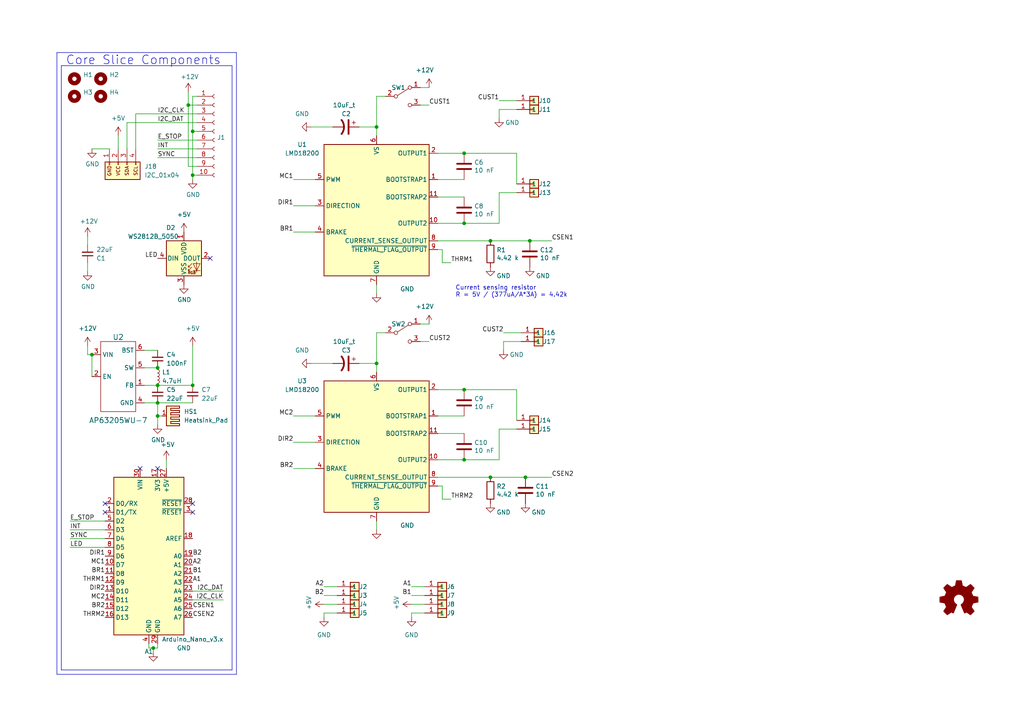
<source format=kicad_sch>
(kicad_sch (version 20231120) (generator "eeschema") (generator_version "8.0")
  (paper "A4")
  (lib_symbols
    (symbol "BREAD_Slice-rescue:10uF_t-OCI_UPL_2_Capacitors" (pin_numbers hide) (pin_names (offset 0.254) hide)
      (property "Reference" "C" (at 0.635 2.54 0))
      (property "Value" "10uF_t-OCI_UPL_2_Capacitors" (at 0.635 -2.54 0))
      (symbol "10uF_t-OCI_UPL_2_Capacitors_0_1"
        (polyline (pts (xy -2.032 0.762) (xy 2.032 0.762)) (stroke (width 0.508)))
        (polyline (pts (xy -1.778 2.286) (xy -0.762 2.286)))
        (polyline (pts (xy -1.27 1.778) (xy -1.27 2.794)))
        (arc (start 2.032 -1.27) (mid 0 -0.5572) (end -2.032 -1.27) (stroke (width 0.508)))
      )
      (symbol "10uF_t-OCI_UPL_2_Capacitors_1_1"
        (pin passive line (at 0 3.81 270) (length 2.794) (name "~") (number "1"))
        (pin passive line (at 0 -3.81 90) (length 3.302) (name "~") (number "2"))
      )
    )
    (symbol "Connector:Conn_01x10_Female" (pin_names (offset 1.016) hide)
      (property "Reference" "J" (at 0 12.7 0))
      (property "Value" "Conn_01x10_Female" (at 0 -15.24 0))
      (symbol "Conn_01x10_Female_1_1"
        (arc (start 0 -12.192) (mid -0.5058 -12.7) (end 0 -13.208) (stroke (width 0.1524)))
        (arc (start 0 -9.652) (mid -0.5058 -10.16) (end 0 -10.668) (stroke (width 0.1524)))
        (arc (start 0 -7.112) (mid -0.5058 -7.62) (end 0 -8.128) (stroke (width 0.1524)))
        (arc (start 0 -4.572) (mid -0.5058 -5.08) (end 0 -5.588) (stroke (width 0.1524)))
        (arc (start 0 -2.032) (mid -0.5058 -2.54) (end 0 -3.048) (stroke (width 0.1524)))
        (polyline (pts (xy -1.27 -12.7) (xy -0.508 -12.7)) (stroke (width 0.1524)))
        (polyline (pts (xy -1.27 -10.16) (xy -0.508 -10.16)) (stroke (width 0.1524)))
        (polyline (pts (xy -1.27 -7.62) (xy -0.508 -7.62)) (stroke (width 0.1524)))
        (polyline (pts (xy -1.27 -5.08) (xy -0.508 -5.08)) (stroke (width 0.1524)))
        (polyline (pts (xy -1.27 -2.54) (xy -0.508 -2.54)) (stroke (width 0.1524)))
        (polyline (pts (xy -1.27 0) (xy -0.508 0)) (stroke (width 0.1524)))
        (polyline (pts (xy -1.27 2.54) (xy -0.508 2.54)) (stroke (width 0.1524)))
        (polyline (pts (xy -1.27 5.08) (xy -0.508 5.08)) (stroke (width 0.1524)))
        (polyline (pts (xy -1.27 7.62) (xy -0.508 7.62)) (stroke (width 0.1524)))
        (polyline (pts (xy -1.27 10.16) (xy -0.508 10.16)) (stroke (width 0.1524)))
        (arc (start 0 0.508) (mid -0.5058 0) (end 0 -0.508) (stroke (width 0.1524)))
        (arc (start 0 3.048) (mid -0.5058 2.54) (end 0 2.032) (stroke (width 0.1524)))
        (arc (start 0 5.588) (mid -0.5058 5.08) (end 0 4.572) (stroke (width 0.1524)))
        (arc (start 0 8.128) (mid -0.5058 7.62) (end 0 7.112) (stroke (width 0.1524)))
        (arc (start 0 10.668) (mid -0.5058 10.16) (end 0 9.652) (stroke (width 0.1524)))
        (pin passive line (at -5.08 10.16 0) (length 3.81) (name "Pin_1") (number "1"))
        (pin passive line (at -5.08 -12.7 0) (length 3.81) (name "Pin_10") (number "10"))
        (pin passive line (at -5.08 7.62 0) (length 3.81) (name "Pin_2") (number "2"))
        (pin passive line (at -5.08 5.08 0) (length 3.81) (name "Pin_3") (number "3"))
        (pin passive line (at -5.08 2.54 0) (length 3.81) (name "Pin_4") (number "4"))
        (pin passive line (at -5.08 0 0) (length 3.81) (name "Pin_5") (number "5"))
        (pin passive line (at -5.08 -2.54 0) (length 3.81) (name "Pin_6") (number "6"))
        (pin passive line (at -5.08 -5.08 0) (length 3.81) (name "Pin_7") (number "7"))
        (pin passive line (at -5.08 -7.62 0) (length 3.81) (name "Pin_8") (number "8"))
        (pin passive line (at -5.08 -10.16 0) (length 3.81) (name "Pin_9") (number "9"))
      )
    )
    (symbol "Device:C" (pin_numbers hide) (pin_names (offset 0.254))
      (property "Reference" "C" (at 0.635 2.54 0))
      (property "Value" "C" (at 0.635 -2.54 0))
      (symbol "C_0_1"
        (polyline (pts (xy -2.032 -0.762) (xy 2.032 -0.762)) (stroke (width 0.508)))
        (polyline (pts (xy -2.032 0.762) (xy 2.032 0.762)) (stroke (width 0.508)))
      )
      (symbol "C_1_1"
        (pin passive line (at 0 3.81 270) (length 2.794) (name "~") (number "1"))
        (pin passive line (at 0 -3.81 90) (length 2.794) (name "~") (number "2"))
      )
    )
    (symbol "Device:C_Small" (pin_numbers hide) (pin_names (offset 0.254) hide)
      (property "Reference" "C" (at 0.254 1.778 0))
      (property "Value" "C_Small" (at 0.254 -2.032 0))
      (symbol "C_Small_0_1"
        (polyline (pts (xy -1.524 -0.508) (xy 1.524 -0.508)) (stroke (width 0.3302)))
        (polyline (pts (xy -1.524 0.508) (xy 1.524 0.508)) (stroke (width 0.3048)))
      )
      (symbol "C_Small_1_1"
        (pin passive line (at 0 2.54 270) (length 2.032) (name "~") (number "1"))
        (pin passive line (at 0 -2.54 90) (length 2.032) (name "~") (number "2"))
      )
    )
    (symbol "Device:L_Small" (pin_numbers hide) (pin_names (offset 0.254) hide)
      (property "Reference" "L" (at 0.762 1.016 0))
      (property "Value" "L_Small" (at 0.762 -1.016 0))
      (symbol "L_Small_0_1"
        (arc (start 0 -2.032) (mid 0.5058 -1.524) (end 0 -1.016))
        (arc (start 0 -1.016) (mid 0.5058 -0.508) (end 0 0))
        (arc (start 0 0) (mid 0.5058 0.508) (end 0 1.016))
        (arc (start 0 1.016) (mid 0.5058 1.524) (end 0 2.032))
      )
      (symbol "L_Small_1_1"
        (pin passive line (at 0 2.54 270) (length 0.508) (name "~") (number "1"))
        (pin passive line (at 0 -2.54 90) (length 0.508) (name "~") (number "2"))
      )
    )
    (symbol "Device:R" (pin_numbers hide) (pin_names (offset 0))
      (property "Reference" "R" (at 2.032 0 90))
      (property "Value" "R" (at 0 0 90))
      (symbol "R_0_1"
        (rectangle (start -1.016 -2.54) (end 1.016 2.54) (stroke (width 0.254)))
      )
      (symbol "R_1_1"
        (pin passive line (at 0 3.81 270) (length 1.27) (name "~") (number "1"))
        (pin passive line (at 0 -3.81 90) (length 1.27) (name "~") (number "2"))
      )
    )
    (symbol "Driver_Motor:LMD18200"
      (property "Reference" "U" (at -12.7 19.05 0))
      (property "Value" "LMD18200" (at 15.24 19.05 0))
      (symbol "LMD18200_0_1"
        (rectangle (start -15.24 -20.32) (end 15.24 17.78) (stroke (width 0.254)) (fill (type background)))
      )
      (symbol "LMD18200_1_1"
        (pin passive line (at 17.78 7.62 180) (length 2.54) (name "BOOTSTRAP1") (number "1"))
        (pin output line (at 17.78 -5.08 180) (length 2.54) (name "OUTPUT2") (number "10"))
        (pin passive line (at 17.78 2.54 180) (length 2.54) (name "BOOTSTRAP2") (number "11"))
        (pin output line (at 17.78 15.24 180) (length 2.54) (name "OUTPUT1") (number "2"))
        (pin input line (at -17.78 0 0) (length 2.54) (name "DIRECTION") (number "3"))
        (pin input line (at -17.78 -7.62 0) (length 2.54) (name "BRAKE") (number "4"))
        (pin input line (at -17.78 7.62 0) (length 2.54) (name "PWM") (number "5"))
        (pin power_in line (at 0 20.32 270) (length 2.54) (name "VS") (number "6"))
        (pin power_in line (at 0 -22.86 90) (length 2.54) (name "GND") (number "7"))
        (pin output line (at 17.78 -10.16 180) (length 2.54) (name "CURRENT_SENSE_OUTPUT") (number "8"))
        (pin open_collector line (at 17.78 -12.7 180) (length 2.54) (name "~{THERMAL_FLAG_OUTPUT}") (number "9"))
      )
    )
    (symbol "Graphic:Logo_Open_Hardware_Small" (in_bom no) (on_board no)
      (symbol "Logo_Open_Hardware_Small_0_1"
        (polyline (pts (xy 3.3528 -4.3434) (xy 3.302 -4.318) (xy 3.175 -4.2418) (xy 2.9972 -4.1148) (xy 2.7686 -3.9624) (xy 2.54 -3.81) (xy 2.3622 -3.7084) (xy 2.2352 -3.6068) (xy 2.1844 -3.5814) (xy 2.159 -3.6068) (xy 2.0574 -3.6576) (xy 1.905 -3.7338) (xy 1.8034 -3.7846) (xy 1.6764 -3.8354) (xy 1.6002 -3.8354) (xy 1.6002 -3.8354) (xy 1.5494 -3.7338) (xy 1.4732 -3.5306) (xy 1.3462 -3.302) (xy 1.2446 -3.0226) (xy 1.1176 -2.7178) (xy 0.9652 -2.413) (xy 0.8636 -2.1082) (xy 0.7366 -1.8288) (xy 0.6604 -1.6256) (xy 0.6096 -1.4732) (xy 0.5842 -1.397) (xy 0.5842 -1.397) (xy 0.6604 -1.3208) (xy 0.7874 -1.2446) (xy 1.0414 -1.016) (xy 1.2954 -0.6858) (xy 1.4478 -0.3302) (xy 1.524 0.0762) (xy 1.4732 0.4572) (xy 1.3208 0.8128) (xy 1.0668 1.143) (xy 0.762 1.3716) (xy 0.4064 1.524) (xy 0 1.5748) (xy -0.381 1.5494) (xy -0.7366 1.397) (xy -1.0668 1.143) (xy -1.2192 0.9906) (xy -1.397 0.6604) (xy -1.524 0.3048) (xy -1.524 0.2286) (xy -1.4986 -0.1778) (xy -1.397 -0.5334) (xy -1.1938 -0.8636) (xy -0.9144 -1.143) (xy -0.8636 -1.1684) (xy -0.7366 -1.27) (xy -0.635 -1.3462) (xy -0.5842 -1.397) (xy -1.0668 -2.5908) (xy -1.143 -2.794) (xy -1.2954 -3.1242) (xy -1.397 -3.4036) (xy -1.4986 -3.6322) (xy -1.5748 -3.7846) (xy -1.6002 -3.8354) (xy -1.6002 -3.8354) (xy -1.651 -3.8354) (xy -1.7272 -3.81) (xy -1.905 -3.7338) (xy -2.0066 -3.683) (xy -2.1336 -3.6068) (xy -2.2098 -3.5814) (xy -2.2606 -3.6068) (xy -2.3622 -3.683) (xy -2.54 -3.81) (xy -2.7686 -3.9624) (xy -2.9718 -4.0894) (xy -3.1496 -4.2164) (xy -3.302 -4.318) (xy -3.3528 -4.3434) (xy -3.3782 -4.3434) (xy -3.429 -4.318) (xy -3.5306 -4.2164) (xy -3.7084 -4.064) (xy -3.937 -3.8354) (xy -3.9624 -3.81) (xy -4.1656 -3.6068) (xy -4.318 -3.4544) (xy -4.4196 -3.3274) (xy -4.445 -3.2766) (xy -4.445 -3.2766) (xy -4.4196 -3.2258) (xy -4.318 -3.0734) (xy -4.2164 -2.8956) (xy -4.064 -2.667) (xy -3.6576 -2.0828) (xy -3.8862 -1.5494) (xy -3.937 -1.3716) (xy -4.0386 -1.1684) (xy -4.0894 -1.0414) (xy -4.1148 -0.9652) (xy -4.191 -0.9398) (xy -4.318 -0.9144) (xy -4.5466 -0.8636) (xy -4.8006 -0.8128) (xy -5.0546 -0.7874) (xy -5.2578 -0.7366) (xy -5.4356 -0.7112) (xy -5.5118 -0.6858) (xy -5.5118 -0.6858) (xy -5.5372 -0.635) (xy -5.5372 -0.5588) (xy -5.5372 -0.4318) (xy -5.5626 -0.2286) (xy -5.5626 0.0762) (xy -5.5626 0.127) (xy -5.5372 0.4064) (xy -5.5372 0.635) (xy -5.5372 0.762) (xy -5.5372 0.8382) (xy -5.5372 0.8382) (xy -5.461 0.8382) (xy -5.3086 0.889) (xy -5.08 0.9144) (xy -4.826 0.9652) (xy -4.8006 0.9906) (xy -4.5466 1.0414) (xy -4.318 1.0668) (xy -4.1656 1.1176) (xy -4.0894 1.143) (xy -4.0894 1.143) (xy -4.0386 1.2446) (xy -3.9624 1.4224) (xy -3.8608 1.6256) (xy -3.7846 1.8288) (xy -3.7084 2.0066) (xy -3.6576 2.159) (xy -3.6322 2.2098) (xy -3.6322 2.2098) (xy -3.683 2.286) (xy -3.7592 2.413) (xy -3.8862 2.5908) (xy -4.064 2.8194) (xy -4.064 2.8448) (xy -4.2164 3.0734) (xy -4.3434 3.2512) (xy -4.4196 3.3782) (xy -4.445 3.4544) (xy -4.445 3.4544) (xy -4.3942 3.5052) (xy -4.2926 3.6322) (xy -4.1148 3.81) (xy -3.937 4.0132) (xy -3.8608 4.064) (xy -3.6576 4.2926) (xy -3.5052 4.4196) (xy -3.4036 4.4958) (xy -3.3528 4.5212) (xy -3.3528 4.5212) (xy -3.302 4.4704) (xy -3.1496 4.3688) (xy -2.9718 4.2418) (xy -2.7432 4.0894) (xy -2.7178 4.0894) (xy -2.4892 3.937) (xy -2.3114 3.81) (xy -2.1844 3.7084) (xy -2.1336 3.683) (xy -2.1082 3.683) (xy -2.032 3.7084) (xy -1.8542 3.7592) (xy -1.6764 3.8354) (xy -1.4732 3.937) (xy -1.27 4.0132) (xy -1.143 4.064) (xy -1.0668 4.1148) (xy -1.0668 4.1148) (xy -1.0414 4.191) (xy -1.016 4.3434) (xy -0.9652 4.572) (xy -0.9144 4.8514) (xy -0.889 4.9022) (xy -0.8382 5.1562) (xy -0.8128 5.3848) (xy -0.7874 5.5372) (xy -0.762 5.588) (xy -0.7112 5.6134) (xy -0.5842 5.6134) (xy -0.4064 5.6134) (xy -0.1524 5.6134) (xy 0.0762 5.6134) (xy 0.3302 5.6134) (xy 0.5334 5.6134) (xy 0.6858 5.588) (xy 0.7366 5.588) (xy 0.7366 5.588) (xy 0.762 5.5118) (xy 0.8128 5.334) (xy 0.8382 5.1054) (xy 0.9144 4.826) (xy 0.9144 4.7752) (xy 0.9652 4.5212) (xy 1.016 4.2926) (xy 1.0414 4.1402) (xy 1.0668 4.0894) (xy 1.0668 4.0894) (xy 1.1938 4.0386) (xy 1.3716 3.9624) (xy 1.5748 3.8608) (xy 2.0828 3.6576) (xy 2.7178 4.0894) (xy 2.7686 4.1402) (xy 2.9972 4.2926) (xy 3.175 4.4196) (xy 3.302 4.4958) (xy 3.3782 4.5212) (xy 3.3782 4.5212) (xy 3.429 4.4704) (xy 3.556 4.3434) (xy 3.7338 4.191) (xy 3.9116 3.9878) (xy 4.064 3.8354) (xy 4.2418 3.6576) (xy 4.3434 3.556) (xy 4.4196 3.4798) (xy 4.4196 3.429) (xy 4.4196 3.4036) (xy 4.3942 3.3274) (xy 4.2926 3.2004) (xy 4.1656 2.9972) (xy 4.0132 2.794) (xy 3.8862 2.5908) (xy 3.7592 2.3876) (xy 3.6576 2.2352) (xy 3.6322 2.159) (xy 3.6322 2.1336) (xy 3.683 2.0066) (xy 3.7592 1.8288) (xy 3.8608 1.6002) (xy 4.064 1.1176) (xy 4.3942 1.0414) (xy 4.5974 1.016) (xy 4.8768 0.9652) (xy 5.1308 0.9144) (xy 5.5372 0.8382) (xy 5.5626 -0.6604) (xy 5.4864 -0.6858) (xy 5.4356 -0.6858) (xy 5.2832 -0.7366) (xy 5.0546 -0.762) (xy 4.8006 -0.8128) (xy 4.5974 -0.8636) (xy 4.3688 -0.9144) (xy 4.2164 -0.9398) (xy 4.1402 -0.9398) (xy 4.1148 -0.9652) (xy 4.064 -1.0668) (xy 3.9878 -1.2446) (xy 3.9116 -1.4478) (xy 3.81 -1.651) (xy 3.7338 -1.8542) (xy 3.683 -2.0066) (xy 3.6576 -2.0828) (xy 3.683 -2.1336) (xy 3.7846 -2.2606) (xy 3.8862 -2.4638) (xy 4.0386 -2.667) (xy 4.191 -2.8956) (xy 4.318 -3.0734) (xy 4.3942 -3.2004) (xy 4.445 -3.2766) (xy 4.4196 -3.3274) (xy 4.3434 -3.429) (xy 4.1656 -3.5814) (xy 3.937 -3.8354) (xy 3.8862 -3.8608) (xy 3.683 -4.064) (xy 3.5306 -4.2164) (xy 3.4036 -4.318) (xy 3.3528 -4.3434)) (fill (type outline)))
      )
    )
    (symbol "MCU_Module:Arduino_Nano_v3.x"
      (property "Reference" "A" (at -10.16 23.495 0))
      (property "Value" "Arduino_Nano_v3.x" (at 5.08 -24.13 0))
      (symbol "Arduino_Nano_v3.x_0_1"
        (rectangle (start -10.16 22.86) (end 10.16 -22.86) (stroke (width 0.254)) (fill (type background)))
      )
      (symbol "Arduino_Nano_v3.x_1_1"
        (pin bidirectional line (at -12.7 12.7 0) (length 2.54) (name "D1/TX") (number "1"))
        (pin bidirectional line (at -12.7 -2.54 0) (length 2.54) (name "D7") (number "10"))
        (pin bidirectional line (at -12.7 -5.08 0) (length 2.54) (name "D8") (number "11"))
        (pin bidirectional line (at -12.7 -7.62 0) (length 2.54) (name "D9") (number "12"))
        (pin bidirectional line (at -12.7 -10.16 0) (length 2.54) (name "D10") (number "13"))
        (pin bidirectional line (at -12.7 -12.7 0) (length 2.54) (name "D11") (number "14"))
        (pin bidirectional line (at -12.7 -15.24 0) (length 2.54) (name "D12") (number "15"))
        (pin bidirectional line (at -12.7 -17.78 0) (length 2.54) (name "D13") (number "16"))
        (pin power_out line (at 2.54 25.4 270) (length 2.54) (name "3V3") (number "17"))
        (pin input line (at 12.7 5.08 180) (length 2.54) (name "AREF") (number "18"))
        (pin bidirectional line (at 12.7 0 180) (length 2.54) (name "A0") (number "19"))
        (pin bidirectional line (at -12.7 15.24 0) (length 2.54) (name "D0/RX") (number "2"))
        (pin bidirectional line (at 12.7 -2.54 180) (length 2.54) (name "A1") (number "20"))
        (pin bidirectional line (at 12.7 -5.08 180) (length 2.54) (name "A2") (number "21"))
        (pin bidirectional line (at 12.7 -7.62 180) (length 2.54) (name "A3") (number "22"))
        (pin bidirectional line (at 12.7 -10.16 180) (length 2.54) (name "A4") (number "23"))
        (pin bidirectional line (at 12.7 -12.7 180) (length 2.54) (name "A5") (number "24"))
        (pin bidirectional line (at 12.7 -15.24 180) (length 2.54) (name "A6") (number "25"))
        (pin bidirectional line (at 12.7 -17.78 180) (length 2.54) (name "A7") (number "26"))
        (pin power_out line (at 5.08 25.4 270) (length 2.54) (name "+5V") (number "27"))
        (pin input line (at 12.7 15.24 180) (length 2.54) (name "~{RESET}") (number "28"))
        (pin power_in line (at 2.54 -25.4 90) (length 2.54) (name "GND") (number "29"))
        (pin input line (at 12.7 12.7 180) (length 2.54) (name "~{RESET}") (number "3"))
        (pin power_in line (at -2.54 25.4 270) (length 2.54) (name "VIN") (number "30"))
        (pin power_in line (at 0 -25.4 90) (length 2.54) (name "GND") (number "4"))
        (pin bidirectional line (at -12.7 10.16 0) (length 2.54) (name "D2") (number "5"))
        (pin bidirectional line (at -12.7 7.62 0) (length 2.54) (name "D3") (number "6"))
        (pin bidirectional line (at -12.7 5.08 0) (length 2.54) (name "D4") (number "7"))
        (pin bidirectional line (at -12.7 2.54 0) (length 2.54) (name "D5") (number "8"))
        (pin bidirectional line (at -12.7 0 0) (length 2.54) (name "D6") (number "9"))
      )
    )
    (symbol "Mechanical:Heatsink_Pad" (pin_names (offset 0))
      (property "Reference" "HS" (at 0 5.715 0))
      (property "Value" "Heatsink_Pad" (at 0 3.81 0))
      (symbol "Heatsink_Pad_0_1"
        (polyline (pts (xy -0.3302 0) (xy -0.9652 0) (xy -0.9652 2.54) (xy -1.6002 2.54) (xy -1.6002 0) (xy -2.2352 0) (xy -2.2352 2.54) (xy -2.8702 2.54) (xy -2.8702 -1.27) (xy -0.9652 -1.27)) (stroke (width 0.254)) (fill (type background)))
        (polyline (pts (xy -0.3302 0) (xy -0.3302 2.54) (xy 0.3048 2.54) (xy 0.3048 0) (xy 0.9398 0) (xy 0.9398 2.54) (xy 1.5748 2.54) (xy 1.5748 0) (xy 2.2098 0) (xy 2.2098 2.54) (xy 2.8448 2.54) (xy 2.8448 -1.27) (xy -0.9652 -1.27)) (stroke (width 0.254)) (fill (type background)))
      )
      (symbol "Heatsink_Pad_1_1"
        (pin passive line (at 0 -2.54 90) (length 1.27) (name "~") (number "1"))
      )
    )
    (symbol "Mechanical:MountingHole" (pin_names (offset 1.016))
      (property "Reference" "H" (at 0 5.08 0))
      (property "Value" "MountingHole" (at 0 3.175 0))
      (symbol "MountingHole_0_1"
        (circle (center 0 0) (radius 1.27) (stroke (width 1.27)))
      )
    )
    (symbol "SparkFun-Connector:I2C_01x04" (pin_names (offset 1.016) hide)
      (property "Reference" "J" (at 0 5.08 0))
      (property "Value" "I2C_01x04" (at 0 -7.62 0))
      (symbol "I2C_01x04_1_1"
        (rectangle (start -1.27 -4.953) (end -0.508 -5.207) (stroke (width 0.1524)))
        (rectangle (start -1.27 -2.413) (end -0.508 -2.667) (stroke (width 0.1524)))
        (rectangle (start -1.27 0.127) (end -0.508 -0.127) (stroke (width 0.1524)))
        (rectangle (start -1.27 2.667) (end -0.508 2.413) (stroke (width 0.1524)))
        (rectangle (start -1.27 3.81) (end 3.81 -6.35) (stroke (width 0.254)) (fill (type background)))
        (text "GND" (at 1.27 -5.08 0) (effects (font (size 1 1))))
        (text "SCL" (at 1.27 2.54 0) (effects (font (size 1 1))))
        (text "SDA" (at 1.27 0 0) (effects (font (size 1 1))))
        (text "VCC" (at 1.27 -2.54 0) (effects (font (size 1 1))))
        (pin passive line (at -5.08 -5.08 0) (length 3.81) (name "Pin_1") (number "1"))
        (pin passive line (at -5.08 -2.54 0) (length 3.81) (name "Pin_2") (number "2"))
        (pin passive line (at -5.08 0 0) (length 3.81) (name "Pin_3") (number "3"))
        (pin passive line (at -5.08 2.54 0) (length 3.81) (name "Pin_4") (number "4"))
      )
    )
    (symbol "SparkFun-Connector:Term_PressFit_Phoenix_Contact"
      (property "Reference" "J" (at 7.62 -1.27 0))
      (property "Value" "Term_PressFit_Phoenix_Contact" (at 3.81 3.81 0))
      (symbol "Term_PressFit_Phoenix_Contact_1_1"
        (rectangle (start 3.81 0.127) (end 5.08 -0.127) (stroke (width 0.1524)))
        (rectangle (start 3.81 1.27) (end 6.35 -1.27) (stroke (width 0.254)) (fill (type background)))
        (pin passive line (at 0 0 0) (length 3.81) (name "1") (number "1"))
      )
    )
    (symbol "SparkFun-DiscreteSemi:AP63205"
      (property "Reference" "U" (at 0 7.62 0))
      (symbol "AP63205_0_1"
        (rectangle (start -5.08 6.35) (end 5.08 -13.97))
      )
      (symbol "AP63205_1_1"
        (pin input line (at 7.62 -6.35 180) (length 2.54) (name "FB") (number "1"))
        (pin input line (at -7.62 -3.81 0) (length 2.54) (name "EN") (number "2"))
        (pin input line (at -7.62 2.54 0) (length 2.54) (name "VIN") (number "3"))
        (pin input line (at 7.62 -11.43 180) (length 2.54) (name "GND") (number "4"))
        (pin input line (at 7.62 -1.27 180) (length 2.54) (name "SW") (number "5"))
        (pin input line (at 7.62 3.81 180) (length 2.54) (name "BST") (number "6"))
      )
    )
    (symbol "SparkFun-LED:WS2812B_5050" (pin_names (offset 0.254))
      (property "Reference" "D" (at 5.08 5.715 0))
      (property "Value" "WS2812B_5050" (at 1.27 -5.715 0))
      (symbol "WS2812B_5050_0_0"
        (text "RGB" (at 2.286 -4.191 0) (effects (font (size 0.762 0.762))))
      )
      (symbol "WS2812B_5050_0_1"
        (polyline (pts (xy 1.27 -3.556) (xy 1.778 -3.556)))
        (polyline (pts (xy 1.27 -2.54) (xy 1.778 -2.54)))
        (polyline (pts (xy 4.699 -3.556) (xy 2.667 -3.556)))
        (polyline (pts (xy 2.286 -2.54) (xy 1.27 -3.556) (xy 1.27 -3.048)))
        (polyline (pts (xy 2.286 -1.524) (xy 1.27 -2.54) (xy 1.27 -2.032)))
        (polyline (pts (xy 3.683 -1.016) (xy 3.683 -3.556) (xy 3.683 -4.064)))
        (polyline (pts (xy 4.699 -1.524) (xy 2.667 -1.524) (xy 3.683 -3.556) (xy 4.699 -1.524)))
        (rectangle (start 5.08 5.08) (end -5.08 -5.08) (stroke (width 0.254)) (fill (type background)))
      )
      (symbol "WS2812B_5050_1_1"
        (pin power_in line (at 0 7.62 270) (length 2.54) (name "VDD") (number "1"))
        (pin output line (at 7.62 0 180) (length 2.54) (name "DOUT") (number "2"))
        (pin power_in line (at 0 -7.62 90) (length 2.54) (name "VSS") (number "3"))
        (pin input line (at -7.62 0 0) (length 2.54) (name "DIN") (number "4"))
      )
    )
    (symbol "Switch:SW_SPDT" (pin_names (offset 0) hide)
      (property "Reference" "SW" (at 0 4.318 0))
      (property "Value" "SW_SPDT" (at 0 -5.08 0))
      (symbol "SW_SPDT_0_0"
        (circle (center -2.032 0) (radius 0.508))
        (circle (center 2.032 -2.54) (radius 0.508))
      )
      (symbol "SW_SPDT_0_1"
        (polyline (pts (xy -1.524 0.254) (xy 1.651 2.286)))
        (circle (center 2.032 2.54) (radius 0.508))
      )
      (symbol "SW_SPDT_1_1"
        (pin passive line (at 5.08 2.54 180) (length 2.54) (name "A") (number "1"))
        (pin passive line (at -5.08 0 0) (length 2.54) (name "B") (number "2"))
        (pin passive line (at 5.08 -2.54 180) (length 2.54) (name "C") (number "3"))
      )
    )
    (symbol "power:+12V" (power) (pin_names (offset 0))
      (property "Value" "+12V" (at 0 3.556 0))
      (symbol "+12V_0_1"
        (polyline (pts (xy -0.762 1.27) (xy 0 2.54)))
        (polyline (pts (xy 0 0) (xy 0 2.54)))
        (polyline (pts (xy 0 2.54) (xy 0.762 1.27)))
      )
      (symbol "+12V_1_1"
        (pin power_in line (at 0 0 90) (length 0) hide (name "+12V") (number "1"))
      )
    )
    (symbol "power:+5V" (power) (pin_names (offset 0))
      (property "Value" "+5V" (at 0 3.556 0))
      (symbol "+5V_0_1"
        (polyline (pts (xy -0.762 1.27) (xy 0 2.54)))
        (polyline (pts (xy 0 0) (xy 0 2.54)))
        (polyline (pts (xy 0 2.54) (xy 0.762 1.27)))
      )
      (symbol "+5V_1_1"
        (pin power_in line (at 0 0 90) (length 0) hide (name "+5V") (number "1"))
      )
    )
    (symbol "power:GND" (power) (pin_names (offset 0))
      (property "Value" "GND" (at 0 -3.81 0))
      (symbol "GND_0_1"
        (polyline (pts (xy 0 0) (xy 0 -1.27) (xy 1.27 -1.27) (xy 0 -2.54) (xy -1.27 -1.27) (xy 0 -1.27)))
      )
      (symbol "GND_1_1"
        (pin power_in line (at 0 0 270) (length 0) hide (name "GND") (number "1"))
      )
    )
  )
  (junction (at 55.88 50.8))
  (junction (at 45.72 116.84))
  (junction (at 109.22 36.83))
  (junction (at 109.22 105.41))
  (junction (at 134.62 133.35))
  (junction (at 45.72 106.68))
  (junction (at 142.24 69.85))
  (junction (at 45.72 111.76))
  (junction (at 54.61 30.48))
  (junction (at 44.45 187.96))
  (junction (at 55.88 38.1))
  (junction (at 134.62 64.77))
  (junction (at 153.67 69.85))
  (junction (at 142.24 138.43))
  (junction (at 55.88 111.76))
  (junction (at 134.62 113.03))
  (junction (at 134.62 44.45))
  (junction (at 152.4 138.43))
  (junction (at 45.72 120.65))
  (junction (at 26.67 102.87))
  (no_connect (at 30.48 148.59))
  (no_connect (at 30.48 146.05))
  (no_connect (at 40.64 135.89))
  (no_connect (at 45.72 135.89))
  (no_connect (at 55.88 146.05))
  (no_connect (at 55.88 148.59))
  (no_connect (at 60.96 74.93))
  (wire (pts (xy 45.72 187.96) (xy 45.72 186.69)))
  (wire (pts (xy 128.27 144.78) (xy 130.81 144.78)))
  (wire (pts (xy 134.62 64.77) (xy 144.78 64.77)))
  (wire (pts (xy 151.13 99.06) (xy 146.05 99.06)))
  (wire (pts (xy 41.91 106.68) (xy 45.72 106.68)))
  (wire (pts (xy 134.62 113.03) (xy 149.86 113.03)))
  (wire (pts (xy 25.4 76.2) (xy 25.4 78.74)))
  (wire (pts (xy 124.46 93.98) (xy 121.92 93.98)))
  (wire (pts (xy 44.45 187.96) (xy 45.72 187.96)))
  (polyline (pts (xy 67.31 194.31) (xy 67.31 19.05)))
  (wire (pts (xy 25.4 102.87) (xy 26.67 102.87)))
  (wire (pts (xy 127 138.43) (xy 142.24 138.43)))
  (wire (pts (xy 151.13 96.52) (xy 146.05 96.52)))
  (wire (pts (xy 93.98 170.18) (xy 97.79 170.18)))
  (wire (pts (xy 45.72 43.18) (xy 57.15 43.18)))
  (wire (pts (xy 85.09 67.31) (xy 91.44 67.31)))
  (wire (pts (xy 26.67 43.18) (xy 31.75 43.18)))
  (wire (pts (xy 54.61 30.48) (xy 57.15 30.48)))
  (polyline (pts (xy 16.51 195.58) (xy 68.58 195.58)))
  (wire (pts (xy 152.4 138.43) (xy 160.02 138.43)))
  (polyline (pts (xy 17.78 19.05) (xy 17.78 194.31)))
  (wire (pts (xy 127 140.97) (xy 128.27 140.97)))
  (wire (pts (xy 124.46 99.06) (xy 121.92 99.06)))
  (wire (pts (xy 149.86 44.45) (xy 149.86 53.34)))
  (wire (pts (xy 153.67 69.85) (xy 160.02 69.85)))
  (wire (pts (xy 109.22 36.83) (xy 109.22 39.37)))
  (wire (pts (xy 109.22 96.52) (xy 109.22 105.41)))
  (wire (pts (xy 54.61 26.67) (xy 54.61 30.48)))
  (wire (pts (xy 144.78 55.88) (xy 144.78 64.77)))
  (wire (pts (xy 41.91 111.76) (xy 45.72 111.76)))
  (wire (pts (xy 119.38 175.26) (xy 123.19 175.26)))
  (wire (pts (xy 55.88 50.8) (xy 55.88 38.1)))
  (wire (pts (xy 57.15 40.64) (xy 45.72 40.64)))
  (wire (pts (xy 127 57.15) (xy 134.62 57.15)))
  (wire (pts (xy 36.83 35.56) (xy 57.15 35.56)))
  (wire (pts (xy 127 133.35) (xy 134.62 133.35)))
  (wire (pts (xy 39.37 33.02) (xy 57.15 33.02)))
  (wire (pts (xy 121.92 25.4) (xy 124.46 25.4)))
  (polyline (pts (xy 67.31 19.05) (xy 17.78 19.05)))
  (wire (pts (xy 142.24 69.85) (xy 153.67 69.85)))
  (wire (pts (xy 127 64.77) (xy 134.62 64.77)))
  (wire (pts (xy 128.27 72.39) (xy 128.27 76.2)))
  (wire (pts (xy 104.14 36.83) (xy 109.22 36.83)))
  (wire (pts (xy 119.38 179.07) (xy 119.38 177.8)))
  (wire (pts (xy 57.15 48.26) (xy 54.61 48.26)))
  (wire (pts (xy 45.72 45.72) (xy 57.15 45.72)))
  (wire (pts (xy 25.4 100.33) (xy 25.4 102.87)))
  (wire (pts (xy 119.38 177.8) (xy 123.19 177.8)))
  (wire (pts (xy 127 113.03) (xy 134.62 113.03)))
  (wire (pts (xy 45.72 123.19) (xy 45.72 120.65)))
  (wire (pts (xy 93.98 175.26) (xy 97.79 175.26)))
  (wire (pts (xy 20.32 156.21) (xy 30.48 156.21)))
  (wire (pts (xy 127 44.45) (xy 134.62 44.45)))
  (polyline (pts (xy 68.58 15.24) (xy 16.51 15.24)))
  (wire (pts (xy 121.92 30.48) (xy 124.46 30.48)))
  (wire (pts (xy 55.88 111.76) (xy 55.88 100.33)))
  (wire (pts (xy 26.67 102.87) (xy 26.67 109.22)))
  (wire (pts (xy 48.26 133.35) (xy 48.26 135.89)))
  (wire (pts (xy 90.17 36.83) (xy 96.52 36.83)))
  (wire (pts (xy 43.18 186.69) (xy 43.18 187.96)))
  (wire (pts (xy 128.27 76.2) (xy 130.81 76.2)))
  (wire (pts (xy 127 72.39) (xy 128.27 72.39)))
  (polyline (pts (xy 16.51 15.24) (xy 16.51 195.58)))
  (wire (pts (xy 144.78 124.46) (xy 144.78 133.35)))
  (wire (pts (xy 45.72 116.84) (xy 55.88 116.84)))
  (wire (pts (xy 90.17 105.41) (xy 96.52 105.41)))
  (wire (pts (xy 149.86 29.21) (xy 144.78 29.21)))
  (wire (pts (xy 109.22 27.94) (xy 109.22 36.83)))
  (wire (pts (xy 134.62 133.35) (xy 144.78 133.35)))
  (wire (pts (xy 109.22 96.52) (xy 111.76 96.52)))
  (wire (pts (xy 55.88 27.94) (xy 57.15 27.94)))
  (wire (pts (xy 25.4 68.58) (xy 25.4 71.12)))
  (wire (pts (xy 119.38 170.18) (xy 123.19 170.18)))
  (wire (pts (xy 36.83 35.56) (xy 36.83 43.18)))
  (wire (pts (xy 104.14 105.41) (xy 109.22 105.41)))
  (wire (pts (xy 127 125.73) (xy 134.62 125.73)))
  (wire (pts (xy 149.86 124.46) (xy 144.78 124.46)))
  (wire (pts (xy 127 52.07) (xy 134.62 52.07)))
  (wire (pts (xy 85.09 135.89) (xy 91.44 135.89)))
  (wire (pts (xy 93.98 177.8) (xy 97.79 177.8)))
  (wire (pts (xy 146.05 99.06) (xy 146.05 101.6)))
  (wire (pts (xy 39.37 33.02) (xy 39.37 43.18)))
  (wire (pts (xy 109.22 151.13) (xy 109.22 153.67)))
  (wire (pts (xy 85.09 120.65) (xy 91.44 120.65)))
  (wire (pts (xy 57.15 38.1) (xy 55.88 38.1)))
  (wire (pts (xy 20.32 158.75) (xy 30.48 158.75)))
  (wire (pts (xy 43.18 187.96) (xy 44.45 187.96)))
  (wire (pts (xy 45.72 111.76) (xy 55.88 111.76)))
  (wire (pts (xy 44.45 187.96) (xy 44.45 189.23)))
  (wire (pts (xy 30.48 151.13) (xy 20.32 151.13)))
  (wire (pts (xy 149.86 113.03) (xy 149.86 121.92)))
  (wire (pts (xy 46.99 120.65) (xy 45.72 120.65)))
  (wire (pts (xy 142.24 138.43) (xy 152.4 138.43)))
  (wire (pts (xy 127 69.85) (xy 142.24 69.85)))
  (wire (pts (xy 109.22 82.55) (xy 109.22 85.09)))
  (wire (pts (xy 54.61 48.26) (xy 54.61 30.48)))
  (wire (pts (xy 93.98 172.72) (xy 97.79 172.72)))
  (wire (pts (xy 55.88 52.07) (xy 55.88 50.8)))
  (wire (pts (xy 85.09 52.07) (xy 91.44 52.07)))
  (wire (pts (xy 20.32 153.67) (xy 30.48 153.67)))
  (wire (pts (xy 55.88 173.99) (xy 64.77 173.99)))
  (wire (pts (xy 85.09 128.27) (xy 91.44 128.27)))
  (wire (pts (xy 127 120.65) (xy 134.62 120.65)))
  (wire (pts (xy 45.72 120.65) (xy 45.72 116.84)))
  (wire (pts (xy 109.22 27.94) (xy 111.76 27.94)))
  (wire (pts (xy 41.91 101.6) (xy 45.72 101.6)))
  (wire (pts (xy 55.88 38.1) (xy 55.88 27.94)))
  (wire (pts (xy 93.98 179.07) (xy 93.98 177.8)))
  (wire (pts (xy 134.62 44.45) (xy 149.86 44.45)))
  (wire (pts (xy 64.77 171.45) (xy 55.88 171.45)))
  (wire (pts (xy 85.09 59.69) (xy 91.44 59.69)))
  (wire (pts (xy 149.86 55.88) (xy 144.78 55.88)))
  (polyline (pts (xy 17.78 194.31) (xy 67.31 194.31)))
  (wire (pts (xy 149.86 31.75) (xy 144.78 31.75)))
  (wire (pts (xy 144.78 31.75) (xy 144.78 34.29)))
  (wire (pts (xy 57.15 50.8) (xy 55.88 50.8)))
  (polyline (pts (xy 68.58 195.58) (xy 68.58 15.24)))
  (wire (pts (xy 119.38 172.72) (xy 123.19 172.72)))
  (wire (pts (xy 34.29 39.37) (xy 34.29 43.18)))
  (wire (pts (xy 109.22 105.41) (xy 109.22 107.95)))
  (wire (pts (xy 128.27 140.97) (xy 128.27 144.78)))
  (wire (pts (xy 41.91 116.84) (xy 45.72 116.84)))
  (text "Current sensing resistor\nR = 5V / (377uA/A*3A) = 4.42k" (at 132.08 86.36 0) (effects (font (size 1.27 1.27)) (justify left bottom)))
  (text "Core Slice Components" (at 19.05 19.05 0) (effects (font (size 2.54 2.54)) (justify left bottom)))
  (label "LED" (at 45.72 74.93 180))
  (label "LED" (at 20.32 158.75 0))
  (label "CUST2" (at 146.05 96.52 180))
  (label "MC2" (at 85.09 120.65 180))
  (label "THRM2" (at 30.48 179.07 180))
  (label "I2C_CLK" (at 45.72 33.02 0))
  (label "I2C_DAT" (at 45.72 35.56 0))
  (label "E_STOP" (at 20.32 151.13 0))
  (label "E_STOP" (at 45.72 40.64 0))
  (label "BR2" (at 30.48 176.53 180))
  (label "A1" (at 55.88 168.91 0))
  (label "CSEN1" (at 55.88 176.53 0))
  (label "CSEN1" (at 160.02 69.85 0))
  (label "INT" (at 20.32 153.67 0))
  (label "CSEN2" (at 55.88 179.07 0))
  (label "BR1" (at 30.48 166.37 180))
  (label "DIR1" (at 30.48 161.29 180))
  (label "B2" (at 55.88 161.29 0))
  (label "THRM1" (at 30.48 168.91 180))
  (label "CUST2" (at 124.46 99.06 0))
  (label "DIR2" (at 30.48 171.45 180))
  (label "MC2" (at 30.48 173.99 180))
  (label "A1" (at 119.38 170.18 180))
  (label "DIR2" (at 85.09 128.27 180))
  (label "BR1" (at 85.09 67.31 180))
  (label "SYNC" (at 20.32 156.21 0))
  (label "DIR1" (at 85.09 59.69 180))
  (label "THRM1" (at 130.81 76.2 0))
  (label "SYNC" (at 45.72 45.72 0))
  (label "MC1" (at 85.09 52.07 180))
  (label "MC1" (at 30.48 163.83 180))
  (label "I2C_DAT" (at 64.77 171.45 180))
  (label "CUST1" (at 144.78 29.21 180))
  (label "B1" (at 119.38 172.72 180))
  (label "CUST1" (at 124.46 30.48 0))
  (label "BR2" (at 85.09 135.89 180))
  (label "INT" (at 45.72 43.18 0))
  (label "A2" (at 93.98 170.18 180))
  (label "I2C_CLK" (at 64.77 173.99 180))
  (label "CSEN2" (at 160.02 138.43 0))
  (label "THRM2" (at 130.81 144.78 0))
  (label "B1" (at 55.88 166.37 0))
  (label "A2" (at 55.88 163.83 0))
  (label "B2" (at 93.98 172.72 180))
  (symbol (lib_id "power:GND") (at 44.45 189.23 0) (unit 1)
    (property "Reference" "#PWR06" (effects (hide yes)))
    (property "Value" "GND" (at 53.34 187.96 0))
  )
  (symbol (lib_id "power:+5V") (at 48.26 133.35 0) (unit 1)
    (property "Reference" "#PWR07" (effects (hide yes)))
    (property "Value" "+5V" (at 48.641 128.9558 0))
  )
  (symbol (lib_id "power:GND") (at 25.4 78.74 0) (unit 1)
    (property "Reference" "#PWR04" (effects (hide yes)))
    (property "Value" "GND" (at 25.527 83.1342 0))
  )
  (symbol (lib_id "Mechanical:MountingHole") (at 21.59 22.86 0) (unit 1)
    (property "Reference" "H1" (at 24.13 21.6916 0) (effects (justify left)))
    (property "Value" "MountingHole" (effects (hide yes)))
    (property "Footprint" "MountingHole:MountingHole_5mm" (effects (hide yes)))
  )
  (symbol (lib_id "Mechanical:MountingHole") (at 21.59 27.94 0) (unit 1)
    (property "Reference" "H3" (at 24.13 26.7716 0) (effects (justify left)))
    (property "Value" "MountingHole" (effects (hide yes)))
    (property "Footprint" "MountingHole:MountingHole_5mm" (effects (hide yes)))
  )
  (symbol (lib_id "Mechanical:MountingHole") (at 29.21 22.86 0) (unit 1)
    (property "Reference" "H2" (at 31.75 21.6916 0) (effects (justify left)))
    (property "Value" "MountingHole" (effects (hide yes)))
    (property "Footprint" "MountingHole:MountingHole_5mm" (effects (hide yes)))
  )
  (symbol (lib_id "Mechanical:MountingHole") (at 29.21 27.94 0) (unit 1)
    (property "Reference" "H4" (at 31.75 26.7716 0) (effects (justify left)))
    (property "Value" "MountingHole" (effects (hide yes)))
    (property "Footprint" "MountingHole:MountingHole_5mm" (effects (hide yes)))
  )
  (symbol (lib_id "MCU_Module:Arduino_Nano_v3.x") (at 43.18 161.29 0) (unit 1)
    (property "Reference" "A1" (at 43.18 188.9506 0))
    (property "Value" "Arduino_Nano_v3.x" (at 55.88 185.42 0))
    (property "Footprint" "Module:Arduino_Nano" (effects (hide yes)))
    (property "Datasheet" "http://www.mouser.com/pdfdocs/Gravitech_Arduino_Nano3_0.pdf" (effects (hide yes)))
  )
  (symbol (lib_id "Graphic:Logo_Open_Hardware_Small") (at 278.13 173.99 0) (unit 1) (exclude_from_sim yes)
    (property "Reference" "Logo1" (effects (hide yes)))
    (property "Value" "Logo_Open_Hardware_Small" (effects (hide yes)))
    (property "Footprint" "Symbol:OSHW-Symbol_6.7x6mm_SilkScreen" (effects (hide yes)))
  )
  (symbol (lib_id "Connector:Conn_01x10_Female") (at 62.23 38.1 0) (unit 1)
    (property "Reference" "J1" (at 62.9412 39.878 0) (effects (justify left)))
    (property "Value" "Conn_01x10_Female" (effects (hide yes)))
    (property "Footprint" "Connector_PinSocket_2.54mm:PinSocket_1x10_P2.54mm_Horizontal" (effects (hide yes)))
  )
  (symbol (lib_id "power:+12V") (at 54.61 26.67 0) (unit 1)
    (property "Reference" "#PWR01" (effects (hide yes)))
    (property "Value" "+12V" (at 54.991 22.2758 0))
  )
  (symbol (lib_id "power:GND") (at 55.88 52.07 0) (unit 1)
    (property "Reference" "#PWR02" (effects (hide yes)))
    (property "Value" "GND" (at 56.007 56.4642 0))
  )
  (symbol (lib_id "power:+12V") (at 25.4 68.58 0) (unit 1)
    (property "Reference" "#PWR03" (effects (hide yes)))
    (property "Value" "+12V" (at 25.781 64.1858 0))
  )
  (symbol (lib_id "Device:C") (at 134.62 129.54 0) (unit 1)
    (property "Reference" "C10" (at 137.541 128.3716 0) (effects (justify left)))
    (property "Value" "10 nF" (at 137.541 130.683 0) (effects (justify left)))
    (property "Footprint" "Capacitor_SMD:C_1206_3216Metric_Pad1.33x1.80mm_HandSolder" (effects (hide yes)))
  )
  (symbol (lib_id "Device:C") (at 134.62 60.96 0) (unit 1)
    (property "Reference" "C8" (at 137.541 59.7916 0) (effects (justify left)))
    (property "Value" "10 nF" (at 137.541 62.103 0) (effects (justify left)))
    (property "Footprint" "Capacitor_SMD:C_1206_3216Metric_Pad1.33x1.80mm_HandSolder" (effects (hide yes)))
  )
  (symbol (lib_id "SparkFun-Connector:Term_PressFit_Phoenix_Contact") (at 151.13 96.52 0) (unit 1)
    (property "Reference" "J16" (at 157.48 96.52 0) (effects (justify left)))
    (property "Value" "Term_PressFit_Phoenix_Contact" (effects (hide yes)))
    (property "Footprint" "SparkFun-Connector:Term_PressFit_5mm_H_PC" (effects (hide yes)))
    (property "Datasheet" "https://mm.digikey.com/Volume0/opasdata/d220001/medias/docus/365/1990779.pdf" (effects (hide yes)))
  )
  (symbol (lib_id "power:GND") (at 119.38 179.07 0) (unit 1)
    (property "Reference" "#PWR019" (effects (hide yes)))
    (property "Value" "GND" (at 119.38 184.15 0))
  )
  (symbol (lib_id "SparkFun-Connector:Term_PressFit_Phoenix_Contact") (at 97.79 172.72 0) (unit 1)
    (property "Reference" "J3" (at 104.14 172.72 0) (effects (justify left)))
    (property "Value" "Term_PressFit_Phoenix_Contact" (effects (hide yes)))
    (property "Footprint" "SparkFun-Connector:Term_PressFit_3.5mm_H_PC" (effects (hide yes)))
    (property "Datasheet" "https://mm.digikey.com/Volume0/opasdata/d220001/medias/docus/365/1990779.pdf" (effects (hide yes)))
  )
  (symbol (lib_id "power:GND") (at 90.17 36.83 270) (unit 1)
    (property "Reference" "#PWR08" (effects (hide yes)))
    (property "Value" "GND" (at 87.63 33.02 90))
  )
  (symbol (lib_id "power:GND") (at 90.17 105.41 270) (unit 1)
    (property "Reference" "#PWR09" (effects (hide yes)))
    (property "Value" "GND" (at 87.63 101.6 90))
  )
  (symbol (lib_id "Device:C_Small") (at 45.72 104.14 180) (unit 1)
    (property "Reference" "C4" (at 48.26 102.8636 0) (effects (justify right)))
    (property "Value" "100nF" (at 48.26 105.4036 0) (effects (justify right)))
    (property "Footprint" "Capacitor_SMD:C_1206_3216Metric" (effects (hide yes)))
  )
  (symbol (lib_id "power:+12V") (at 25.4 100.33 0) (unit 1)
    (property "Reference" "#PWR014" (effects (hide yes)))
    (property "Value" "+12V" (at 25.4 95.25 0))
  )
  (symbol (lib_id "Device:C") (at 152.4 142.24 0) (unit 1)
    (property "Reference" "C11" (at 155.321 141.0716 0) (effects (justify left)))
    (property "Value" "10 nF" (at 155.321 143.383 0) (effects (justify left)))
    (property "Footprint" "Capacitor_SMD:C_1206_3216Metric_Pad1.33x1.80mm_HandSolder" (effects (hide yes)))
  )
  (symbol (lib_id "SparkFun-Connector:Term_PressFit_Phoenix_Contact") (at 97.79 175.26 0) (unit 1)
    (property "Reference" "J4" (at 104.14 175.26 0) (effects (justify left)))
    (property "Value" "Term_PressFit_Phoenix_Contact" (effects (hide yes)))
    (property "Footprint" "SparkFun-Connector:Term_PressFit_3.5mm_H_PC" (effects (hide yes)))
    (property "Datasheet" "https://mm.digikey.com/Volume0/opasdata/d220001/medias/docus/365/1990779.pdf" (effects (hide yes)))
  )
  (symbol (lib_id "Device:C_Small") (at 45.72 114.3 180) (unit 1)
    (property "Reference" "C5" (at 48.26 113.0236 0) (effects (justify right)))
    (property "Value" "22uF" (at 48.26 115.5636 0) (effects (justify right)))
    (property "Footprint" "Capacitor_SMD:C_1206_3216Metric" (effects (hide yes)))
  )
  (symbol (lib_id "power:GND") (at 153.67 77.47 0) (unit 1)
    (property "Reference" "#PWR027" (effects (hide yes)))
    (property "Value" "GND" (at 157.48 80.01 0))
  )
  (symbol (lib_id "SparkFun-Connector:Term_PressFit_Phoenix_Contact") (at 149.86 31.75 0) (unit 1)
    (property "Reference" "J11" (at 156.21 31.75 0) (effects (justify left)))
    (property "Value" "Term_PressFit_Phoenix_Contact" (effects (hide yes)))
    (property "Footprint" "SparkFun-Connector:Term_PressFit_5mm_H_PC" (effects (hide yes)))
    (property "Datasheet" "https://mm.digikey.com/Volume0/opasdata/d220001/medias/docus/365/1990779.pdf" (effects (hide yes)))
  )
  (symbol (lib_id "Device:C") (at 134.62 116.84 0) (unit 1)
    (property "Reference" "C9" (at 137.541 115.6716 0) (effects (justify left)))
    (property "Value" "10 nF" (at 137.541 117.983 0) (effects (justify left)))
    (property "Footprint" "Capacitor_SMD:C_1206_3216Metric_Pad1.33x1.80mm_HandSolder" (effects (hide yes)))
  )
  (symbol (lib_id "SparkFun-Connector:Term_PressFit_Phoenix_Contact") (at 149.86 29.21 0) (unit 1)
    (property "Reference" "J10" (at 156.21 29.21 0) (effects (justify left)))
    (property "Value" "Term_PressFit_Phoenix_Contact" (effects (hide yes)))
    (property "Footprint" "SparkFun-Connector:Term_PressFit_5mm_H_PC" (effects (hide yes)))
    (property "Datasheet" "https://mm.digikey.com/Volume0/opasdata/d220001/medias/docus/365/1990779.pdf" (effects (hide yes)))
  )
  (symbol (lib_id "power:GND") (at 26.67 43.18 0) (unit 1)
    (property "Reference" "#PWR028" (effects (hide yes)))
    (property "Value" "GND" (at 26.797 47.5742 0))
  )
  (symbol (lib_id "power:+5V") (at 119.38 175.26 90) (unit 1)
    (property "Reference" "#PWR017" (effects (hide yes)))
    (property "Value" "+5V" (at 114.9858 174.879 0))
  )
  (symbol (lib_id "Driver_Motor:LMD18200") (at 109.22 128.27 0) (unit 1)
    (property "Reference" "U3" (at 87.63 110.49 0))
    (property "Value" "LMD18200" (at 87.63 113.03 0))
    (property "Footprint" "Package_TO_SOT_THT:TO-220-11_P3.4x5.08mm_StaggerOdd_Lead4.85mm_Vertical" (effects (hide yes)))
    (property "Datasheet" "http://www.ti.com/lit/ds/symlink/lmd18200.pdf" (effects (hide yes)))
  )
  (symbol (lib_id "power:GND") (at 142.24 77.47 0) (unit 1)
    (property "Reference" "#PWR022" (effects (hide yes)))
    (property "Value" "GND" (at 146.05 80.01 0))
  )
  (symbol (lib_id "power:GND") (at 144.78 34.29 0) (unit 1)
    (property "Reference" "#PWR024" (effects (hide yes)))
    (property "Value" "GND" (at 148.59 35.56 0))
  )
  (symbol (lib_id "SparkFun-Connector:Term_PressFit_Phoenix_Contact") (at 123.19 170.18 0) (unit 1)
    (property "Reference" "J6" (at 129.54 170.18 0) (effects (justify left)))
    (property "Value" "Term_PressFit_Phoenix_Contact" (effects (hide yes)))
    (property "Footprint" "SparkFun-Connector:Term_PressFit_3.5mm_H_ENDCAP_PC" (effects (hide yes)))
    (property "Datasheet" "https://mm.digikey.com/Volume0/opasdata/d220001/medias/docus/365/1990779.pdf" (effects (hide yes)))
  )
  (symbol (lib_id "Device:R") (at 142.24 73.66 0) (unit 1)
    (property "Reference" "R1" (at 144.018 72.4916 0) (effects (justify left)))
    (property "Value" "4.42 k" (at 144.018 74.803 0) (effects (justify left)))
    (property "Footprint" "Resistor_SMD:R_1206_3216Metric_Pad1.30x1.75mm_HandSolder" (effects (hide yes)))
  )
  (symbol (lib_id "BREAD_Slice-rescue:10uF_t-OCI_UPL_2_Capacitors") (at 100.33 36.83 270) (unit 1)
    (property "Reference" "C2" (at 99.06 33.02 90) (effects (justify left)))
    (property "Value" "10uF_t" (at 96.52 30.48 90) (effects (justify left)))
    (property "Footprint" "Capacitor_SMD:C_1206_3216Metric" (effects (hide yes)))
    (property "Datasheet" "https://www.digikey.com/short/qcd8n7" (effects (hide yes)))
    (property "Part #" "T491C106K025AT" (effects (hide yes)))
    (property "UPL #" "2.021" (effects (hide yes)))
  )
  (symbol (lib_id "SparkFun-Connector:Term_PressFit_Phoenix_Contact") (at 97.79 177.8 0) (unit 1)
    (property "Reference" "J5" (at 104.14 177.8 0) (effects (justify left)))
    (property "Value" "Term_PressFit_Phoenix_Contact" (effects (hide yes)))
    (property "Footprint" "SparkFun-Connector:Term_PressFit_3.5mm_H_PC" (effects (hide yes)))
    (property "Datasheet" "https://mm.digikey.com/Volume0/opasdata/d220001/medias/docus/365/1990779.pdf" (effects (hide yes)))
  )
  (symbol (lib_id "SparkFun-Connector:Term_PressFit_Phoenix_Contact") (at 149.86 121.92 0) (unit 1)
    (property "Reference" "J14" (at 156.21 121.92 0) (effects (justify left)))
    (property "Value" "Term_PressFit_Phoenix_Contact" (effects (hide yes)))
    (property "Footprint" "SparkFun-Connector:Term_PressFit_5mm_H_ENDCAP_PC" (effects (hide yes)))
    (property "Datasheet" "https://mm.digikey.com/Volume0/opasdata/d220001/medias/docus/365/1990779.pdf" (effects (hide yes)))
  )
  (symbol (lib_id "SparkFun-DiscreteSemi:AP63205") (at 34.29 105.41 0) (unit 1)
    (property "Reference" "U2" (at 34.29 97.79 0) (effects (font (size 1.524 1.524))))
    (property "Value" "AP63205WU-7" (at 34.29 121.92 0) (effects (font (size 1.524 1.524))))
    (property "Footprint" "Package_TO_SOT_SMD:TSOT-23-6" (effects (hide yes)))
    (property "Datasheet" "AP63205WU-7" (effects (hide yes)))
  )
  (symbol (lib_id "power:GND") (at 45.72 123.19 0) (unit 1)
    (property "Reference" "#PWR05" (effects (hide yes)))
    (property "Value" "GND" (at 45.847 127.5842 0))
  )
  (symbol (lib_id "Driver_Motor:LMD18200") (at 109.22 59.69 0) (unit 1)
    (property "Reference" "U1" (at 87.63 41.91 0))
    (property "Value" "LMD18200" (at 87.63 44.45 0))
    (property "Footprint" "Package_TO_SOT_THT:TO-220-11_P3.4x5.08mm_StaggerOdd_Lead4.85mm_Vertical" (effects (hide yes)))
    (property "Datasheet" "http://www.ti.com/lit/ds/symlink/lmd18200.pdf" (effects (hide yes)))
  )
  (symbol (lib_id "Device:R") (at 142.24 142.24 0) (unit 1)
    (property "Reference" "R2" (at 144.018 141.0716 0) (effects (justify left)))
    (property "Value" "4.42 k" (at 144.018 143.383 0) (effects (justify left)))
    (property "Footprint" "Resistor_SMD:R_1206_3216Metric_Pad1.30x1.75mm_HandSolder" (effects (hide yes)))
  )
  (symbol (lib_id "power:+12V") (at 124.46 25.4 0) (unit 1)
    (property "Reference" "#PWR020" (effects (hide yes)))
    (property "Value" "+12V" (at 123.19 20.32 0))
  )
  (symbol (lib_id "power:+5V") (at 93.98 175.26 90) (unit 1)
    (property "Reference" "#PWR010" (effects (hide yes)))
    (property "Value" "+5V" (at 89.5858 174.879 0))
  )
  (symbol (lib_id "power:+5V") (at 34.29 39.37 0) (unit 1)
    (property "Reference" "#PWR029" (effects (hide yes)))
    (property "Value" "+5V" (at 34.29 34.29 0))
  )
  (symbol (lib_id "SparkFun-Connector:Term_PressFit_Phoenix_Contact") (at 123.19 175.26 0) (unit 1)
    (property "Reference" "J8" (at 129.54 175.26 0) (effects (justify left)))
    (property "Value" "Term_PressFit_Phoenix_Contact" (effects (hide yes)))
    (property "Footprint" "SparkFun-Connector:Term_PressFit_3.5mm_H_PC" (effects (hide yes)))
    (property "Datasheet" "https://mm.digikey.com/Volume0/opasdata/d220001/medias/docus/365/1990779.pdf" (effects (hide yes)))
  )
  (symbol (lib_id "power:GND") (at 142.24 146.05 0) (unit 1)
    (property "Reference" "#PWR023" (effects (hide yes)))
    (property "Value" "GND" (at 146.05 148.59 0))
  )
  (symbol (lib_id "power:+12V") (at 124.46 93.98 0) (unit 1)
    (property "Reference" "#PWR021" (effects (hide yes)))
    (property "Value" "+12V" (at 123.19 88.9 0))
  )
  (symbol (lib_id "SparkFun-Connector:Term_PressFit_Phoenix_Contact") (at 97.79 170.18 0) (unit 1)
    (property "Reference" "J2" (at 104.14 170.18 0) (effects (justify left)))
    (property "Value" "Term_PressFit_Phoenix_Contact" (effects (hide yes)))
    (property "Footprint" "SparkFun-Connector:Term_PressFit_3.5mm_H_PC" (effects (hide yes)))
    (property "Datasheet" "https://mm.digikey.com/Volume0/opasdata/d220001/medias/docus/365/1990779.pdf" (effects (hide yes)))
  )
  (symbol (lib_id "BREAD_Slice-rescue:10uF_t-OCI_UPL_2_Capacitors") (at 100.33 105.41 270) (unit 1)
    (property "Reference" "C3" (at 99.06 101.6 90) (effects (justify left)))
    (property "Value" "10uF_t" (at 96.52 99.06 90) (effects (justify left)))
    (property "Footprint" "Capacitor_SMD:C_1206_3216Metric" (effects (hide yes)))
    (property "Datasheet" "https://www.digikey.com/short/qcd8n7" (effects (hide yes)))
    (property "Part #" "T491C106K025AT" (effects (hide yes)))
    (property "UPL #" "2.021" (effects (hide yes)))
  )
  (symbol (lib_id "power:GND") (at 109.22 153.67 0) (unit 1)
    (property "Reference" "#PWR013" (effects (hide yes)))
    (property "Value" "GND" (at 118.11 152.4 0))
  )
  (symbol (lib_id "SparkFun-Connector:Term_PressFit_Phoenix_Contact") (at 149.86 124.46 0) (unit 1)
    (property "Reference" "J15" (at 156.21 124.46 0) (effects (justify left)))
    (property "Value" "Term_PressFit_Phoenix_Contact" (effects (hide yes)))
    (property "Footprint" "SparkFun-Connector:Term_PressFit_5mm_H_PC" (effects (hide yes)))
    (property "Datasheet" "https://mm.digikey.com/Volume0/opasdata/d220001/medias/docus/365/1990779.pdf" (effects (hide yes)))
  )
  (symbol (lib_id "Device:L_Small") (at 45.72 109.22 0) (unit 1)
    (property "Reference" "L1" (at 46.99 107.95 0) (effects (justify left)))
    (property "Value" "4.7uH" (at 46.99 110.49 0) (effects (justify left)))
    (property "Footprint" "Inductor_SMD:L_1210_3225Metric" (effects (hide yes)))
  )
  (symbol (lib_id "power:GND") (at 152.4 146.05 0) (unit 1)
    (property "Reference" "#PWR026" (effects (hide yes)))
    (property "Value" "GND" (at 156.21 148.59 0))
  )
  (symbol (lib_id "power:GND") (at 53.34 82.55 0) (unit 1)
    (property "Reference" "#PWR018" (effects (hide yes)))
    (property "Value" "GND" (at 53.467 86.9442 0))
  )
  (symbol (lib_id "power:+5V") (at 55.88 100.33 0) (unit 1)
    (property "Reference" "#PWR016" (effects (hide yes)))
    (property "Value" "+5V" (at 55.88 95.25 0))
  )
  (symbol (lib_id "SparkFun-Connector:Term_PressFit_Phoenix_Contact") (at 149.86 53.34 0) (unit 1)
    (property "Reference" "J12" (at 156.21 53.34 0) (effects (justify left)))
    (property "Value" "Term_PressFit_Phoenix_Contact" (effects (hide yes)))
    (property "Footprint" "SparkFun-Connector:Term_PressFit_5mm_H_ENDCAP_PC" (effects (hide yes)))
    (property "Datasheet" "https://mm.digikey.com/Volume0/opasdata/d220001/medias/docus/365/1990779.pdf" (effects (hide yes)))
  )
  (symbol (lib_id "SparkFun-Connector:Term_PressFit_Phoenix_Contact") (at 149.86 55.88 0) (unit 1)
    (property "Reference" "J13" (at 156.21 55.88 0) (effects (justify left)))
    (property "Value" "Term_PressFit_Phoenix_Contact" (effects (hide yes)))
    (property "Footprint" "SparkFun-Connector:Term_PressFit_5mm_H_PC" (effects (hide yes)))
    (property "Datasheet" "https://mm.digikey.com/Volume0/opasdata/d220001/medias/docus/365/1990779.pdf" (effects (hide yes)))
  )
  (symbol (lib_id "power:GND") (at 146.05 101.6 0) (unit 1)
    (property "Reference" "#PWR025" (effects (hide yes)))
    (property "Value" "GND" (at 149.86 102.87 0))
  )
  (symbol (lib_id "Device:C_Small") (at 55.88 114.3 180) (unit 1)
    (property "Reference" "C7" (at 58.42 113.0236 0) (effects (justify right)))
    (property "Value" "22uF" (at 58.42 115.5636 0) (effects (justify right)))
    (property "Footprint" "Capacitor_SMD:C_1206_3216Metric" (effects (hide yes)))
  )
  (symbol (lib_id "Switch:SW_SPDT") (at 116.84 96.52 0) (unit 1)
    (property "Reference" "SW2" (at 115.57 93.98 0))
    (property "Value" "SW_SPDT" (effects (hide yes)))
    (property "Footprint" "SparkFun-Switch:L102011MS02Q" (effects (hide yes)))
  )
  (symbol (lib_id "SparkFun-Connector:I2C_01x04") (at 36.83 48.26 270) (unit 1)
    (property "Reference" "J18" (at 41.91 48.26 90) (effects (justify left)))
    (property "Value" "I2C_01x04" (at 41.91 50.8 90) (effects (justify left)))
    (property "Footprint" "Connector_JST:JST_SH_SM04B-SRSS-TB_1x04-1MP_P1.00mm_Horizontal" (effects (hide yes)))
  )
  (symbol (lib_id "Switch:SW_SPDT") (at 116.84 27.94 0) (unit 1)
    (property "Reference" "SW1" (at 115.57 25.4 0))
    (property "Value" "SW_SPDT" (effects (hide yes)))
    (property "Footprint" "SparkFun-Switch:L102011MS02Q" (effects (hide yes)))
  )
  (symbol (lib_id "Device:C") (at 153.67 73.66 0) (unit 1)
    (property "Reference" "C12" (at 156.591 72.4916 0) (effects (justify left)))
    (property "Value" "10 nF" (at 156.591 74.803 0) (effects (justify left)))
    (property "Footprint" "Capacitor_SMD:C_1206_3216Metric_Pad1.33x1.80mm_HandSolder" (effects (hide yes)))
  )
  (symbol (lib_id "SparkFun-Connector:Term_PressFit_Phoenix_Contact") (at 123.19 177.8 0) (unit 1)
    (property "Reference" "J9" (at 129.54 177.8 0) (effects (justify left)))
    (property "Value" "Term_PressFit_Phoenix_Contact" (effects (hide yes)))
    (property "Footprint" "SparkFun-Connector:Term_PressFit_3.5mm_H_PC" (effects (hide yes)))
    (property "Datasheet" "https://mm.digikey.com/Volume0/opasdata/d220001/medias/docus/365/1990779.pdf" (effects (hide yes)))
  )
  (symbol (lib_id "SparkFun-Connector:Term_PressFit_Phoenix_Contact") (at 151.13 99.06 0) (unit 1)
    (property "Reference" "J17" (at 157.48 99.06 0) (effects (justify left)))
    (property "Value" "Term_PressFit_Phoenix_Contact" (effects (hide yes)))
    (property "Footprint" "SparkFun-Connector:Term_PressFit_5mm_H_PC" (effects (hide yes)))
    (property "Datasheet" "https://mm.digikey.com/Volume0/opasdata/d220001/medias/docus/365/1990779.pdf" (effects (hide yes)))
  )
  (symbol (lib_id "power:+5V") (at 53.34 67.31 0) (unit 1)
    (property "Reference" "#PWR015" (effects (hide yes)))
    (property "Value" "+5V" (at 53.34 62.23 0))
  )
  (symbol (lib_id "power:GND") (at 109.22 85.09 0) (unit 1)
    (property "Reference" "#PWR012" (effects (hide yes)))
    (property "Value" "GND" (at 118.11 83.82 0))
  )
  (symbol (lib_id "power:GND") (at 93.98 179.07 0) (unit 1)
    (property "Reference" "#PWR011" (effects (hide yes)))
    (property "Value" "GND" (at 93.98 184.15 0))
  )
  (symbol (lib_id "Device:C") (at 134.62 48.26 0) (unit 1)
    (property "Reference" "C6" (at 137.541 47.0916 0) (effects (justify left)))
    (property "Value" "10 nF" (at 137.541 49.403 0) (effects (justify left)))
    (property "Footprint" "Capacitor_SMD:C_1206_3216Metric_Pad1.33x1.80mm_HandSolder" (effects (hide yes)))
  )
  (symbol (lib_id "SparkFun-LED:WS2812B_5050") (at 53.34 74.93 0) (unit 1)
    (property "Reference" "D2" (at 49.53 66.04 0))
    (property "Value" "WS2812B_5050" (at 44.45 68.58 0))
    (property "Footprint" "SparkFun-LED:WS2812-5050-4PIN" (effects (hide yes)))
    (property "Datasheet" "https://cdn.sparkfun.com/datasheets/BreakoutBoards/WS2812B.pdf" (effects (hide yes)))
  )
  (symbol (lib_id "Device:C_Small") (at 25.4 73.66 0) (mirror x) (unit 1)
    (property "Reference" "C1" (at 27.94 74.9237 0) (effects (justify left)))
    (property "Value" "22uF" (at 27.94 72.3837 0) (effects (justify left)))
    (property "Footprint" "Capacitor_SMD:C_1206_3216Metric" (effects (hide yes)))
  )
  (symbol (lib_id "Mechanical:Heatsink_Pad") (at 49.53 120.65 270) (unit 1)
    (property "Reference" "HS1" (at 53.34 119.3673 90) (effects (justify left)))
    (property "Value" "Heatsink_Pad" (at 53.34 121.9073 90) (effects (justify left)))
    (property "Footprint" "SparkFun-Fuse:Thermal Pad" (effects (hide yes)))
  )
  (symbol (lib_id "SparkFun-Connector:Term_PressFit_Phoenix_Contact") (at 123.19 172.72 0) (unit 1)
    (property "Reference" "J7" (at 129.54 172.72 0) (effects (justify left)))
    (property "Value" "Term_PressFit_Phoenix_Contact" (effects (hide yes)))
    (property "Footprint" "SparkFun-Connector:Term_PressFit_3.5mm_H_PC" (effects (hide yes)))
    (property "Datasheet" "https://mm.digikey.com/Volume0/opasdata/d220001/medias/docus/365/1990779.pdf" (effects (hide yes)))
  )
)
</source>
